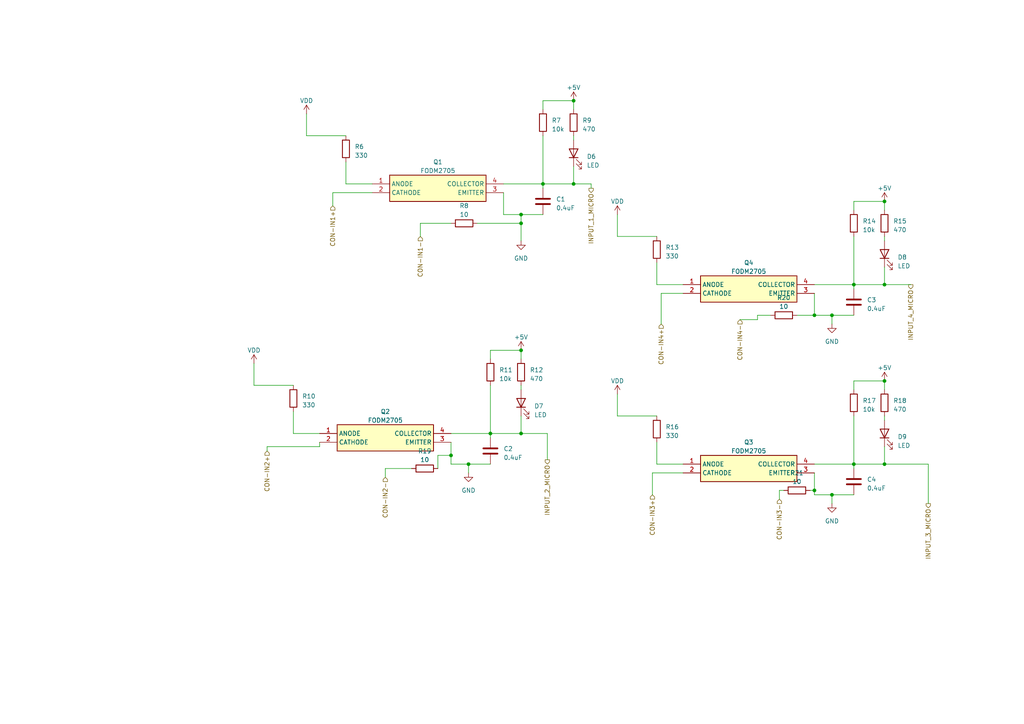
<source format=kicad_sch>
(kicad_sch (version 20230121) (generator eeschema)

  (uuid 0011c1dc-c2fd-4b1c-9d6e-badabf5cb2ba)

  (paper "A4")

  (lib_symbols
    (symbol "Device:C" (pin_numbers hide) (pin_names (offset 0.254)) (in_bom yes) (on_board yes)
      (property "Reference" "C" (at 0.635 2.54 0)
        (effects (font (size 1.27 1.27)) (justify left))
      )
      (property "Value" "C" (at 0.635 -2.54 0)
        (effects (font (size 1.27 1.27)) (justify left))
      )
      (property "Footprint" "" (at 0.9652 -3.81 0)
        (effects (font (size 1.27 1.27)) hide)
      )
      (property "Datasheet" "~" (at 0 0 0)
        (effects (font (size 1.27 1.27)) hide)
      )
      (property "ki_keywords" "cap capacitor" (at 0 0 0)
        (effects (font (size 1.27 1.27)) hide)
      )
      (property "ki_description" "Unpolarized capacitor" (at 0 0 0)
        (effects (font (size 1.27 1.27)) hide)
      )
      (property "ki_fp_filters" "C_*" (at 0 0 0)
        (effects (font (size 1.27 1.27)) hide)
      )
      (symbol "C_0_1"
        (polyline
          (pts
            (xy -2.032 -0.762)
            (xy 2.032 -0.762)
          )
          (stroke (width 0.508) (type default))
          (fill (type none))
        )
        (polyline
          (pts
            (xy -2.032 0.762)
            (xy 2.032 0.762)
          )
          (stroke (width 0.508) (type default))
          (fill (type none))
        )
      )
      (symbol "C_1_1"
        (pin passive line (at 0 3.81 270) (length 2.794)
          (name "~" (effects (font (size 1.27 1.27))))
          (number "1" (effects (font (size 1.27 1.27))))
        )
        (pin passive line (at 0 -3.81 90) (length 2.794)
          (name "~" (effects (font (size 1.27 1.27))))
          (number "2" (effects (font (size 1.27 1.27))))
        )
      )
    )
    (symbol "Device:LED" (pin_numbers hide) (pin_names (offset 1.016) hide) (in_bom yes) (on_board yes)
      (property "Reference" "D" (at 0 2.54 0)
        (effects (font (size 1.27 1.27)))
      )
      (property "Value" "LED" (at 0 -2.54 0)
        (effects (font (size 1.27 1.27)))
      )
      (property "Footprint" "" (at 0 0 0)
        (effects (font (size 1.27 1.27)) hide)
      )
      (property "Datasheet" "~" (at 0 0 0)
        (effects (font (size 1.27 1.27)) hide)
      )
      (property "ki_keywords" "LED diode" (at 0 0 0)
        (effects (font (size 1.27 1.27)) hide)
      )
      (property "ki_description" "Light emitting diode" (at 0 0 0)
        (effects (font (size 1.27 1.27)) hide)
      )
      (property "ki_fp_filters" "LED* LED_SMD:* LED_THT:*" (at 0 0 0)
        (effects (font (size 1.27 1.27)) hide)
      )
      (symbol "LED_0_1"
        (polyline
          (pts
            (xy -1.27 -1.27)
            (xy -1.27 1.27)
          )
          (stroke (width 0.254) (type default))
          (fill (type none))
        )
        (polyline
          (pts
            (xy -1.27 0)
            (xy 1.27 0)
          )
          (stroke (width 0) (type default))
          (fill (type none))
        )
        (polyline
          (pts
            (xy 1.27 -1.27)
            (xy 1.27 1.27)
            (xy -1.27 0)
            (xy 1.27 -1.27)
          )
          (stroke (width 0.254) (type default))
          (fill (type none))
        )
        (polyline
          (pts
            (xy -3.048 -0.762)
            (xy -4.572 -2.286)
            (xy -3.81 -2.286)
            (xy -4.572 -2.286)
            (xy -4.572 -1.524)
          )
          (stroke (width 0) (type default))
          (fill (type none))
        )
        (polyline
          (pts
            (xy -1.778 -0.762)
            (xy -3.302 -2.286)
            (xy -2.54 -2.286)
            (xy -3.302 -2.286)
            (xy -3.302 -1.524)
          )
          (stroke (width 0) (type default))
          (fill (type none))
        )
      )
      (symbol "LED_1_1"
        (pin passive line (at -3.81 0 0) (length 2.54)
          (name "K" (effects (font (size 1.27 1.27))))
          (number "1" (effects (font (size 1.27 1.27))))
        )
        (pin passive line (at 3.81 0 180) (length 2.54)
          (name "A" (effects (font (size 1.27 1.27))))
          (number "2" (effects (font (size 1.27 1.27))))
        )
      )
    )
    (symbol "Device:R" (pin_numbers hide) (pin_names (offset 0)) (in_bom yes) (on_board yes)
      (property "Reference" "R" (at 2.032 0 90)
        (effects (font (size 1.27 1.27)))
      )
      (property "Value" "R" (at 0 0 90)
        (effects (font (size 1.27 1.27)))
      )
      (property "Footprint" "" (at -1.778 0 90)
        (effects (font (size 1.27 1.27)) hide)
      )
      (property "Datasheet" "~" (at 0 0 0)
        (effects (font (size 1.27 1.27)) hide)
      )
      (property "ki_keywords" "R res resistor" (at 0 0 0)
        (effects (font (size 1.27 1.27)) hide)
      )
      (property "ki_description" "Resistor" (at 0 0 0)
        (effects (font (size 1.27 1.27)) hide)
      )
      (property "ki_fp_filters" "R_*" (at 0 0 0)
        (effects (font (size 1.27 1.27)) hide)
      )
      (symbol "R_0_1"
        (rectangle (start -1.016 -2.54) (end 1.016 2.54)
          (stroke (width 0.254) (type default))
          (fill (type none))
        )
      )
      (symbol "R_1_1"
        (pin passive line (at 0 3.81 270) (length 1.27)
          (name "~" (effects (font (size 1.27 1.27))))
          (number "1" (effects (font (size 1.27 1.27))))
        )
        (pin passive line (at 0 -3.81 90) (length 1.27)
          (name "~" (effects (font (size 1.27 1.27))))
          (number "2" (effects (font (size 1.27 1.27))))
        )
      )
    )
    (symbol "FODM2705:FODM2705" (in_bom yes) (on_board yes)
      (property "Reference" "Q" (at 34.29 7.62 0)
        (effects (font (size 1.27 1.27)) (justify left top))
      )
      (property "Value" "FODM2705" (at 34.29 5.08 0)
        (effects (font (size 1.27 1.27)) (justify left top))
      )
      (property "Footprint" "SOP254P675X240-4N" (at 34.29 -94.92 0)
        (effects (font (size 1.27 1.27)) (justify left top) hide)
      )
      (property "Datasheet" "https://www.onsemi.com/pdf/datasheet/fodm2705-d.pdf" (at 34.29 -194.92 0)
        (effects (font (size 1.27 1.27)) (justify left top) hide)
      )
      (property "Height" "2.4" (at 34.29 -394.92 0)
        (effects (font (size 1.27 1.27)) (justify left top) hide)
      )
      (property "Mouser Part Number" "512-FODM2705" (at 34.29 -494.92 0)
        (effects (font (size 1.27 1.27)) (justify left top) hide)
      )
      (property "Mouser Price/Stock" "https://www.mouser.co.uk/ProductDetail/onsemi-Fairchild/FODM2705?qs=w2ACn%2FLS38EYreIlWngSsw%3D%3D" (at 34.29 -594.92 0)
        (effects (font (size 1.27 1.27)) (justify left top) hide)
      )
      (property "Manufacturer_Name" "onsemi" (at 34.29 -694.92 0)
        (effects (font (size 1.27 1.27)) (justify left top) hide)
      )
      (property "Manufacturer_Part_Number" "FODM2705" (at 34.29 -794.92 0)
        (effects (font (size 1.27 1.27)) (justify left top) hide)
      )
      (property "ki_description" "Transistor Output Optocouplers AC In Phototransistr Output Optocoupler" (at 0 0 0)
        (effects (font (size 1.27 1.27)) hide)
      )
      (symbol "FODM2705_1_1"
        (rectangle (start 5.08 2.54) (end 33.02 -5.08)
          (stroke (width 0.254) (type default))
          (fill (type background))
        )
        (pin passive line (at 0 0 0) (length 5.08)
          (name "ANODE" (effects (font (size 1.27 1.27))))
          (number "1" (effects (font (size 1.27 1.27))))
        )
        (pin passive line (at 0 -2.54 0) (length 5.08)
          (name "CATHODE" (effects (font (size 1.27 1.27))))
          (number "2" (effects (font (size 1.27 1.27))))
        )
        (pin passive line (at 38.1 -2.54 180) (length 5.08)
          (name "EMITTER" (effects (font (size 1.27 1.27))))
          (number "3" (effects (font (size 1.27 1.27))))
        )
        (pin passive line (at 38.1 0 180) (length 5.08)
          (name "COLLECTOR" (effects (font (size 1.27 1.27))))
          (number "4" (effects (font (size 1.27 1.27))))
        )
      )
    )
    (symbol "power:+5V" (power) (pin_names (offset 0)) (in_bom yes) (on_board yes)
      (property "Reference" "#PWR" (at 0 -3.81 0)
        (effects (font (size 1.27 1.27)) hide)
      )
      (property "Value" "+5V" (at 0 3.556 0)
        (effects (font (size 1.27 1.27)))
      )
      (property "Footprint" "" (at 0 0 0)
        (effects (font (size 1.27 1.27)) hide)
      )
      (property "Datasheet" "" (at 0 0 0)
        (effects (font (size 1.27 1.27)) hide)
      )
      (property "ki_keywords" "global power" (at 0 0 0)
        (effects (font (size 1.27 1.27)) hide)
      )
      (property "ki_description" "Power symbol creates a global label with name \"+5V\"" (at 0 0 0)
        (effects (font (size 1.27 1.27)) hide)
      )
      (symbol "+5V_0_1"
        (polyline
          (pts
            (xy -0.762 1.27)
            (xy 0 2.54)
          )
          (stroke (width 0) (type default))
          (fill (type none))
        )
        (polyline
          (pts
            (xy 0 0)
            (xy 0 2.54)
          )
          (stroke (width 0) (type default))
          (fill (type none))
        )
        (polyline
          (pts
            (xy 0 2.54)
            (xy 0.762 1.27)
          )
          (stroke (width 0) (type default))
          (fill (type none))
        )
      )
      (symbol "+5V_1_1"
        (pin power_in line (at 0 0 90) (length 0) hide
          (name "+5V" (effects (font (size 1.27 1.27))))
          (number "1" (effects (font (size 1.27 1.27))))
        )
      )
    )
    (symbol "power:GND" (power) (pin_names (offset 0)) (in_bom yes) (on_board yes)
      (property "Reference" "#PWR" (at 0 -6.35 0)
        (effects (font (size 1.27 1.27)) hide)
      )
      (property "Value" "GND" (at 0 -3.81 0)
        (effects (font (size 1.27 1.27)))
      )
      (property "Footprint" "" (at 0 0 0)
        (effects (font (size 1.27 1.27)) hide)
      )
      (property "Datasheet" "" (at 0 0 0)
        (effects (font (size 1.27 1.27)) hide)
      )
      (property "ki_keywords" "global power" (at 0 0 0)
        (effects (font (size 1.27 1.27)) hide)
      )
      (property "ki_description" "Power symbol creates a global label with name \"GND\" , ground" (at 0 0 0)
        (effects (font (size 1.27 1.27)) hide)
      )
      (symbol "GND_0_1"
        (polyline
          (pts
            (xy 0 0)
            (xy 0 -1.27)
            (xy 1.27 -1.27)
            (xy 0 -2.54)
            (xy -1.27 -1.27)
            (xy 0 -1.27)
          )
          (stroke (width 0) (type default))
          (fill (type none))
        )
      )
      (symbol "GND_1_1"
        (pin power_in line (at 0 0 270) (length 0) hide
          (name "GND" (effects (font (size 1.27 1.27))))
          (number "1" (effects (font (size 1.27 1.27))))
        )
      )
    )
    (symbol "power:VDD" (power) (pin_names (offset 0)) (in_bom yes) (on_board yes)
      (property "Reference" "#PWR" (at 0 -3.81 0)
        (effects (font (size 1.27 1.27)) hide)
      )
      (property "Value" "VDD" (at 0 3.81 0)
        (effects (font (size 1.27 1.27)))
      )
      (property "Footprint" "" (at 0 0 0)
        (effects (font (size 1.27 1.27)) hide)
      )
      (property "Datasheet" "" (at 0 0 0)
        (effects (font (size 1.27 1.27)) hide)
      )
      (property "ki_keywords" "global power" (at 0 0 0)
        (effects (font (size 1.27 1.27)) hide)
      )
      (property "ki_description" "Power symbol creates a global label with name \"VDD\"" (at 0 0 0)
        (effects (font (size 1.27 1.27)) hide)
      )
      (symbol "VDD_0_1"
        (polyline
          (pts
            (xy -0.762 1.27)
            (xy 0 2.54)
          )
          (stroke (width 0) (type default))
          (fill (type none))
        )
        (polyline
          (pts
            (xy 0 0)
            (xy 0 2.54)
          )
          (stroke (width 0) (type default))
          (fill (type none))
        )
        (polyline
          (pts
            (xy 0 2.54)
            (xy 0.762 1.27)
          )
          (stroke (width 0) (type default))
          (fill (type none))
        )
      )
      (symbol "VDD_1_1"
        (pin power_in line (at 0 0 90) (length 0) hide
          (name "VDD" (effects (font (size 1.27 1.27))))
          (number "1" (effects (font (size 1.27 1.27))))
        )
      )
    )
  )

  (junction (at 151.13 62.23) (diameter 0) (color 0 0 0 0)
    (uuid 0cc39fd0-d323-4dce-a92e-fdc88019ab6e)
  )
  (junction (at 166.37 53.34) (diameter 0) (color 0 0 0 0)
    (uuid 20fddd35-e5ec-4182-9eef-6221b7ac4f83)
  )
  (junction (at 130.81 132.08) (diameter 0) (color 0 0 0 0)
    (uuid 2548f2ca-02ed-430a-8e55-d43a31247e70)
  )
  (junction (at 151.13 64.77) (diameter 0) (color 0 0 0 0)
    (uuid 2d6b7ac4-6bcc-4bf8-bf72-d2a4e9bc1e9b)
  )
  (junction (at 247.65 82.55) (diameter 0) (color 0 0 0 0)
    (uuid 41c37643-b50f-4d09-9679-d066b873a445)
  )
  (junction (at 241.3 91.44) (diameter 0) (color 0 0 0 0)
    (uuid 52b7593b-f8a0-40bd-8e54-8ac83a752b5d)
  )
  (junction (at 256.54 82.55) (diameter 0) (color 0 0 0 0)
    (uuid 58bb90b5-874a-4d01-8acc-5ce41a162c79)
  )
  (junction (at 236.22 142.24) (diameter 0) (color 0 0 0 0)
    (uuid 5f6f524a-d5a0-444e-9bdf-c69a598f2448)
  )
  (junction (at 241.3 143.51) (diameter 0) (color 0 0 0 0)
    (uuid 63bea23a-3852-43fd-b56b-b43c9d8e9925)
  )
  (junction (at 157.48 53.34) (diameter 0) (color 0 0 0 0)
    (uuid 889f1f86-957f-4352-b7ba-c91b99484d72)
  )
  (junction (at 247.65 134.62) (diameter 0) (color 0 0 0 0)
    (uuid 8aba4b3e-1f90-43e6-9f45-290179978c6c)
  )
  (junction (at 256.54 134.62) (diameter 0) (color 0 0 0 0)
    (uuid 9df7c9dc-eee3-4869-8d89-3d2bf58a8d76)
  )
  (junction (at 166.37 29.21) (diameter 0) (color 0 0 0 0)
    (uuid aff2364e-caba-4056-9d0f-a18a1be5153b)
  )
  (junction (at 151.13 101.6) (diameter 0) (color 0 0 0 0)
    (uuid b8435982-56d1-4ea5-9f1c-f064d1d8e380)
  )
  (junction (at 256.54 58.42) (diameter 0) (color 0 0 0 0)
    (uuid bce2beb2-61e3-4f5b-bd2e-113cd5045d01)
  )
  (junction (at 256.54 110.49) (diameter 0) (color 0 0 0 0)
    (uuid cbd1e1ad-1525-4bd1-9b7c-3bbaf6b4a1a1)
  )
  (junction (at 151.13 125.73) (diameter 0) (color 0 0 0 0)
    (uuid cecf73a1-0d40-456a-8ee1-613ff31a1b45)
  )
  (junction (at 142.24 125.73) (diameter 0) (color 0 0 0 0)
    (uuid e10402c6-69f1-4c7c-ae1e-e18e4633f64d)
  )
  (junction (at 135.89 134.62) (diameter 0) (color 0 0 0 0)
    (uuid e3c4c253-cdef-45be-9d37-65a8110b19d9)
  )
  (junction (at 236.22 91.44) (diameter 0) (color 0 0 0 0)
    (uuid fa0f9bde-ae4c-4d42-be09-e61415e86996)
  )

  (wire (pts (xy 219.71 91.44) (xy 223.52 91.44))
    (stroke (width 0) (type default))
    (uuid 00f92253-f240-468b-a5bb-f7d6a9d6a4f4)
  )
  (wire (pts (xy 256.54 82.55) (xy 247.65 82.55))
    (stroke (width 0) (type default))
    (uuid 01689203-b74b-4370-8a15-a34d00dff9f3)
  )
  (wire (pts (xy 256.54 110.49) (xy 256.54 113.03))
    (stroke (width 0) (type default))
    (uuid 074ccb35-e34d-475b-846a-78149040c9f4)
  )
  (wire (pts (xy 157.48 53.34) (xy 146.05 53.34))
    (stroke (width 0) (type default))
    (uuid 080e9284-1f00-47ef-957e-b7ffa9a2efb0)
  )
  (wire (pts (xy 179.07 68.58) (xy 190.5 68.58))
    (stroke (width 0) (type default))
    (uuid 0810e7e3-fb52-405d-8434-ad0fc8430af5)
  )
  (wire (pts (xy 190.5 76.2) (xy 190.5 82.55))
    (stroke (width 0) (type default))
    (uuid 0ab44475-a436-4dc0-a374-332b364bc2cd)
  )
  (wire (pts (xy 236.22 143.51) (xy 241.3 143.51))
    (stroke (width 0) (type default))
    (uuid 0b2c5cb6-3328-4db4-9fa7-0f38234e79f5)
  )
  (wire (pts (xy 96.52 59.69) (xy 96.52 55.88))
    (stroke (width 0) (type default))
    (uuid 0f604358-8968-4fac-b603-2fb65553a352)
  )
  (wire (pts (xy 92.71 129.54) (xy 92.71 128.27))
    (stroke (width 0) (type default))
    (uuid 0f9ce39e-fbff-40e3-8495-5be7bd0da891)
  )
  (wire (pts (xy 151.13 120.65) (xy 151.13 125.73))
    (stroke (width 0) (type default))
    (uuid 100b173f-eceb-469f-a7a2-1efb5d149ac7)
  )
  (wire (pts (xy 198.12 137.16) (xy 189.23 137.16))
    (stroke (width 0) (type default))
    (uuid 111779d7-afbf-465c-92dc-67f890d07862)
  )
  (wire (pts (xy 166.37 53.34) (xy 157.48 53.34))
    (stroke (width 0) (type default))
    (uuid 1559e80f-a351-4300-91e7-218477a21d2c)
  )
  (wire (pts (xy 151.13 62.23) (xy 157.48 62.23))
    (stroke (width 0) (type default))
    (uuid 161be26e-019d-4d5c-8e7c-7c25fc1ee4ec)
  )
  (wire (pts (xy 158.75 125.73) (xy 151.13 125.73))
    (stroke (width 0) (type default))
    (uuid 1890425d-f89b-43a1-ae79-0d0093630987)
  )
  (wire (pts (xy 146.05 55.88) (xy 146.05 62.23))
    (stroke (width 0) (type default))
    (uuid 18d206eb-d1f4-4b2d-ba0c-14c97815c120)
  )
  (wire (pts (xy 111.76 138.43) (xy 111.76 135.89))
    (stroke (width 0) (type default))
    (uuid 19b5b766-7020-4957-a5fa-175fffb0bed8)
  )
  (wire (pts (xy 234.95 142.24) (xy 236.22 142.24))
    (stroke (width 0) (type default))
    (uuid 1a6e547a-cb50-4362-8976-7087e46e7ad5)
  )
  (wire (pts (xy 142.24 101.6) (xy 151.13 101.6))
    (stroke (width 0) (type default))
    (uuid 1a8d71a7-c502-419d-9634-af1556caaadb)
  )
  (wire (pts (xy 256.54 120.65) (xy 256.54 121.92))
    (stroke (width 0) (type default))
    (uuid 1e187944-f379-4bdb-9f57-3f422b3e1624)
  )
  (wire (pts (xy 247.65 110.49) (xy 256.54 110.49))
    (stroke (width 0) (type default))
    (uuid 1ff6f14f-7daa-4506-9bc3-77226505ce65)
  )
  (wire (pts (xy 179.07 120.65) (xy 190.5 120.65))
    (stroke (width 0) (type default))
    (uuid 2313a476-8a26-449d-9b14-6f95a7136a1e)
  )
  (wire (pts (xy 138.43 64.77) (xy 151.13 64.77))
    (stroke (width 0) (type default))
    (uuid 249669ab-f370-4f5d-86db-28485baf3ac9)
  )
  (wire (pts (xy 236.22 85.09) (xy 236.22 91.44))
    (stroke (width 0) (type default))
    (uuid 26462916-4703-4c78-b990-ed8467dd627b)
  )
  (wire (pts (xy 226.06 142.24) (xy 227.33 142.24))
    (stroke (width 0) (type default))
    (uuid 2bb3f8b9-49a6-4207-beea-8d8fbfae5b2e)
  )
  (wire (pts (xy 157.48 29.21) (xy 166.37 29.21))
    (stroke (width 0) (type default))
    (uuid 398ee5a0-d672-46c1-8523-7acb73f68da0)
  )
  (wire (pts (xy 264.16 82.55) (xy 256.54 82.55))
    (stroke (width 0) (type default))
    (uuid 3e59aa83-6230-424b-bc5b-997c51a49247)
  )
  (wire (pts (xy 146.05 62.23) (xy 151.13 62.23))
    (stroke (width 0) (type default))
    (uuid 40e2fba1-a2cd-4a25-abda-1c8cba5a2737)
  )
  (wire (pts (xy 247.65 60.96) (xy 247.65 58.42))
    (stroke (width 0) (type default))
    (uuid 41097119-bf30-4f36-867f-2f9a04afb9ac)
  )
  (wire (pts (xy 226.06 144.78) (xy 226.06 142.24))
    (stroke (width 0) (type default))
    (uuid 47207bd9-23e2-4e36-bae7-47ec2f012ee8)
  )
  (wire (pts (xy 171.45 53.34) (xy 166.37 53.34))
    (stroke (width 0) (type default))
    (uuid 48a2bf0d-fcc8-4070-9bc2-9a7d5a0cbea4)
  )
  (wire (pts (xy 247.65 120.65) (xy 247.65 134.62))
    (stroke (width 0) (type default))
    (uuid 4b8648db-0920-4234-b4c7-a8b8e1e8d47d)
  )
  (wire (pts (xy 247.65 82.55) (xy 236.22 82.55))
    (stroke (width 0) (type default))
    (uuid 556bc537-1bab-43e7-a854-52397ab794c5)
  )
  (wire (pts (xy 236.22 91.44) (xy 241.3 91.44))
    (stroke (width 0) (type default))
    (uuid 579a80d8-3136-434c-b89f-769577fd30fa)
  )
  (wire (pts (xy 130.81 128.27) (xy 130.81 132.08))
    (stroke (width 0) (type default))
    (uuid 591698ea-5342-4e19-9ba6-839479d344ed)
  )
  (wire (pts (xy 100.33 53.34) (xy 107.95 53.34))
    (stroke (width 0) (type default))
    (uuid 594fa3e4-dbe5-4b90-a0ab-5e7500edeaf6)
  )
  (wire (pts (xy 236.22 142.24) (xy 236.22 143.51))
    (stroke (width 0) (type default))
    (uuid 5b69137a-6c0a-4805-a8dd-a257f7af94a4)
  )
  (wire (pts (xy 256.54 58.42) (xy 256.54 60.96))
    (stroke (width 0) (type default))
    (uuid 6021028a-4bfa-4a07-a6ec-d4fd1b5380a1)
  )
  (wire (pts (xy 73.66 105.41) (xy 73.66 111.76))
    (stroke (width 0) (type default))
    (uuid 6106b781-05a7-45ac-ae3e-3b77cfbd3723)
  )
  (wire (pts (xy 191.77 85.09) (xy 198.12 85.09))
    (stroke (width 0) (type default))
    (uuid 61f9b053-2cbf-4634-954a-bf116a1bf8ee)
  )
  (wire (pts (xy 247.65 113.03) (xy 247.65 110.49))
    (stroke (width 0) (type default))
    (uuid 66f502b8-be23-4b1c-9a3a-763097d32a81)
  )
  (wire (pts (xy 142.24 125.73) (xy 130.81 125.73))
    (stroke (width 0) (type default))
    (uuid 6781c899-a3ba-471e-9fc4-940139590daa)
  )
  (wire (pts (xy 219.71 92.71) (xy 214.63 92.71))
    (stroke (width 0) (type default))
    (uuid 678889d5-0f85-42ea-a613-d09753cda721)
  )
  (wire (pts (xy 179.07 62.23) (xy 179.07 68.58))
    (stroke (width 0) (type default))
    (uuid 6bba0469-b8f6-48ac-80bc-7b44dc540797)
  )
  (wire (pts (xy 166.37 39.37) (xy 166.37 40.64))
    (stroke (width 0) (type default))
    (uuid 6d7c7229-6f74-49e1-aab1-29c495a6e540)
  )
  (wire (pts (xy 179.07 114.3) (xy 179.07 120.65))
    (stroke (width 0) (type default))
    (uuid 7865f553-bb2b-43e2-96b3-4794caf83357)
  )
  (wire (pts (xy 111.76 135.89) (xy 119.38 135.89))
    (stroke (width 0) (type default))
    (uuid 7b68bd95-a540-4d75-b07e-6db28f4dec0a)
  )
  (wire (pts (xy 85.09 119.38) (xy 85.09 125.73))
    (stroke (width 0) (type default))
    (uuid 7d9ee18e-e116-4e0a-9b2b-68d1955f4ebe)
  )
  (wire (pts (xy 151.13 64.77) (xy 151.13 69.85))
    (stroke (width 0) (type default))
    (uuid 7f95ac9b-b8f4-45bd-9f73-79644847b7eb)
  )
  (wire (pts (xy 121.92 64.77) (xy 130.81 64.77))
    (stroke (width 0) (type default))
    (uuid 816ad35b-bece-4e42-939a-1400c7349042)
  )
  (wire (pts (xy 127 135.89) (xy 127 132.08))
    (stroke (width 0) (type default))
    (uuid 82728499-014c-4191-ab08-ac78b35a409f)
  )
  (wire (pts (xy 171.45 54.61) (xy 171.45 53.34))
    (stroke (width 0) (type default))
    (uuid 86b38b7a-2b60-4baa-900f-c417b1a69787)
  )
  (wire (pts (xy 85.09 125.73) (xy 92.71 125.73))
    (stroke (width 0) (type default))
    (uuid 89d5b9f9-88fd-4a48-9acc-f002b36b5c63)
  )
  (wire (pts (xy 256.54 134.62) (xy 247.65 134.62))
    (stroke (width 0) (type default))
    (uuid 8c1124a8-45b0-4f25-afbe-3d280794dc2c)
  )
  (wire (pts (xy 190.5 82.55) (xy 198.12 82.55))
    (stroke (width 0) (type default))
    (uuid 903335b1-c973-4a06-bd13-a651f61d6de0)
  )
  (wire (pts (xy 189.23 137.16) (xy 189.23 143.51))
    (stroke (width 0) (type default))
    (uuid 9056fac3-7d9e-40a1-a284-e924532216c8)
  )
  (wire (pts (xy 236.22 137.16) (xy 236.22 142.24))
    (stroke (width 0) (type default))
    (uuid 934f063c-9feb-44f5-a96f-c76c92bdb61a)
  )
  (wire (pts (xy 88.9 33.02) (xy 88.9 39.37))
    (stroke (width 0) (type default))
    (uuid 96962e51-3344-40d9-a360-1ccfd01511b4)
  )
  (wire (pts (xy 219.71 91.44) (xy 219.71 92.71))
    (stroke (width 0) (type default))
    (uuid 9763aba1-acca-41e8-be39-aeaa6bcafd82)
  )
  (wire (pts (xy 151.13 101.6) (xy 151.13 104.14))
    (stroke (width 0) (type default))
    (uuid 9830cc0b-f71e-41d2-adfa-9565c5093041)
  )
  (wire (pts (xy 190.5 134.62) (xy 198.12 134.62))
    (stroke (width 0) (type default))
    (uuid 98537a3b-39db-4e26-8ccc-a6e668c76cba)
  )
  (wire (pts (xy 142.24 111.76) (xy 142.24 125.73))
    (stroke (width 0) (type default))
    (uuid 9f497bec-bdb3-4a92-ab16-b54cfc14282b)
  )
  (wire (pts (xy 121.92 68.58) (xy 121.92 64.77))
    (stroke (width 0) (type default))
    (uuid a0dbcd88-0aff-498d-b27d-395ff60aff3c)
  )
  (wire (pts (xy 269.24 134.62) (xy 256.54 134.62))
    (stroke (width 0) (type default))
    (uuid a259bb03-7dd6-4f15-8785-2c46281867e2)
  )
  (wire (pts (xy 151.13 62.23) (xy 151.13 64.77))
    (stroke (width 0) (type default))
    (uuid a3d24d37-1b77-4156-b8d8-374c6e623416)
  )
  (wire (pts (xy 151.13 125.73) (xy 142.24 125.73))
    (stroke (width 0) (type default))
    (uuid a4faf581-f92e-447f-a782-19511140fd5a)
  )
  (wire (pts (xy 247.65 68.58) (xy 247.65 82.55))
    (stroke (width 0) (type default))
    (uuid a888d4c7-1a3a-447c-8add-802a66ba0f11)
  )
  (wire (pts (xy 241.3 91.44) (xy 241.3 93.98))
    (stroke (width 0) (type default))
    (uuid ab3652fd-f223-4c2f-aa69-8d5689625baf)
  )
  (wire (pts (xy 247.65 134.62) (xy 236.22 134.62))
    (stroke (width 0) (type default))
    (uuid ae60caf0-1705-4f9f-9d0b-509d12b7d8af)
  )
  (wire (pts (xy 166.37 48.26) (xy 166.37 53.34))
    (stroke (width 0) (type default))
    (uuid b89bff5e-24f4-4517-b401-9335c792196a)
  )
  (wire (pts (xy 241.3 143.51) (xy 241.3 146.05))
    (stroke (width 0) (type default))
    (uuid bb12a026-1d2a-405a-b2cc-eb3ed52e785b)
  )
  (wire (pts (xy 142.24 125.73) (xy 142.24 127))
    (stroke (width 0) (type default))
    (uuid bcab2106-ed03-44b6-8a30-cebbf429075f)
  )
  (wire (pts (xy 77.47 129.54) (xy 92.71 129.54))
    (stroke (width 0) (type default))
    (uuid bedaad89-a30b-45fc-820d-198ae6b033b1)
  )
  (wire (pts (xy 88.9 39.37) (xy 100.33 39.37))
    (stroke (width 0) (type default))
    (uuid c1344f45-932c-401f-ba39-feb5c07340cb)
  )
  (wire (pts (xy 256.54 77.47) (xy 256.54 82.55))
    (stroke (width 0) (type default))
    (uuid c4a4aeb0-a1f5-4098-bbbb-051e5389dc54)
  )
  (wire (pts (xy 130.81 132.08) (xy 130.81 134.62))
    (stroke (width 0) (type default))
    (uuid c615b6ea-bc83-43a3-af62-d1bd5caca5c6)
  )
  (wire (pts (xy 96.52 55.88) (xy 107.95 55.88))
    (stroke (width 0) (type default))
    (uuid c7a71883-5b4f-4df7-af04-f28dc1c1a195)
  )
  (wire (pts (xy 127 132.08) (xy 130.81 132.08))
    (stroke (width 0) (type default))
    (uuid c8946c80-c12e-4d20-932e-0b4aa5e1cc1f)
  )
  (wire (pts (xy 231.14 91.44) (xy 236.22 91.44))
    (stroke (width 0) (type default))
    (uuid c92ff5f2-f41b-4b2e-af6b-bb482b16ab76)
  )
  (wire (pts (xy 151.13 111.76) (xy 151.13 113.03))
    (stroke (width 0) (type default))
    (uuid cac9b6a7-45a4-4d74-bebb-3b8fef47ee58)
  )
  (wire (pts (xy 73.66 111.76) (xy 85.09 111.76))
    (stroke (width 0) (type default))
    (uuid ce91d55e-dc09-43a2-a3dd-2d51d10cf015)
  )
  (wire (pts (xy 191.77 93.98) (xy 191.77 85.09))
    (stroke (width 0) (type default))
    (uuid d2117b23-3e02-4520-b4c5-eeed097c8c49)
  )
  (wire (pts (xy 256.54 129.54) (xy 256.54 134.62))
    (stroke (width 0) (type default))
    (uuid d306083c-7ce1-48b6-b658-58130cdcde48)
  )
  (wire (pts (xy 166.37 29.21) (xy 166.37 31.75))
    (stroke (width 0) (type default))
    (uuid d70a0837-d310-4e0f-ab72-ab3118604b9e)
  )
  (wire (pts (xy 130.81 134.62) (xy 135.89 134.62))
    (stroke (width 0) (type default))
    (uuid d7e50da8-f9a4-48c7-b955-347f59fe255a)
  )
  (wire (pts (xy 247.65 58.42) (xy 256.54 58.42))
    (stroke (width 0) (type default))
    (uuid dae1e78a-a3cf-43f7-aa71-fe6c40287182)
  )
  (wire (pts (xy 241.3 91.44) (xy 247.65 91.44))
    (stroke (width 0) (type default))
    (uuid dec55f20-fa6b-4b5d-8771-613938ec1452)
  )
  (wire (pts (xy 247.65 82.55) (xy 247.65 83.82))
    (stroke (width 0) (type default))
    (uuid e2ef1baf-ab4f-4620-bb0a-bbc76ef72cba)
  )
  (wire (pts (xy 157.48 53.34) (xy 157.48 54.61))
    (stroke (width 0) (type default))
    (uuid e33bbbc5-2a7b-4476-b8c8-3c4db2bf1e9c)
  )
  (wire (pts (xy 157.48 31.75) (xy 157.48 29.21))
    (stroke (width 0) (type default))
    (uuid e3f0b71a-586d-4fcb-935c-382ac867c03b)
  )
  (wire (pts (xy 256.54 68.58) (xy 256.54 69.85))
    (stroke (width 0) (type default))
    (uuid e43e790d-89b0-4056-8199-66c9fd6b6955)
  )
  (wire (pts (xy 135.89 134.62) (xy 142.24 134.62))
    (stroke (width 0) (type default))
    (uuid e5248f3d-e1c2-4c59-8da9-197c7f3c4079)
  )
  (wire (pts (xy 142.24 104.14) (xy 142.24 101.6))
    (stroke (width 0) (type default))
    (uuid e63901ac-186e-4edb-8c8e-482bd4cd3f32)
  )
  (wire (pts (xy 269.24 146.05) (xy 269.24 134.62))
    (stroke (width 0) (type default))
    (uuid ea19a8c7-2fa1-45ff-9fae-019c99075012)
  )
  (wire (pts (xy 77.47 130.81) (xy 77.47 129.54))
    (stroke (width 0) (type default))
    (uuid ead8916e-cfce-421e-aeac-b32b49537c32)
  )
  (wire (pts (xy 241.3 143.51) (xy 247.65 143.51))
    (stroke (width 0) (type default))
    (uuid ec5a1162-1986-45b9-b1af-98f4fdbcebe7)
  )
  (wire (pts (xy 100.33 46.99) (xy 100.33 53.34))
    (stroke (width 0) (type default))
    (uuid ecb27ac9-a126-4557-988d-477e6558ee2b)
  )
  (wire (pts (xy 190.5 128.27) (xy 190.5 134.62))
    (stroke (width 0) (type default))
    (uuid ee018ebe-84b6-48be-a3ad-11f521eed8fc)
  )
  (wire (pts (xy 247.65 134.62) (xy 247.65 135.89))
    (stroke (width 0) (type default))
    (uuid f34055b2-ca73-4459-891c-0c4c80ce9524)
  )
  (wire (pts (xy 135.89 134.62) (xy 135.89 137.16))
    (stroke (width 0) (type default))
    (uuid f64ef52b-b5c2-4383-bbc9-2f6fc8547faf)
  )
  (wire (pts (xy 157.48 39.37) (xy 157.48 53.34))
    (stroke (width 0) (type default))
    (uuid fadaaaa9-7e2f-4880-a418-932aea0d7056)
  )
  (wire (pts (xy 158.75 133.35) (xy 158.75 125.73))
    (stroke (width 0) (type default))
    (uuid fb28bb66-3ff8-49fd-9b66-b628ecddefdb)
  )

  (hierarchical_label "CON-IN2+" (shape input) (at 77.47 130.81 270) (fields_autoplaced)
    (effects (font (size 1.27 1.27)) (justify right))
    (uuid 0eb68c28-925a-4fa6-838b-bf29be22c024)
  )
  (hierarchical_label "INPUT_2_MICRO" (shape output) (at 158.75 133.35 270) (fields_autoplaced)
    (effects (font (size 1.27 1.27)) (justify right))
    (uuid 19928eb9-ba93-4122-899a-57f58e759e5e)
  )
  (hierarchical_label "CON-IN3-" (shape input) (at 226.06 144.78 270) (fields_autoplaced)
    (effects (font (size 1.27 1.27)) (justify right))
    (uuid 28d0b930-6097-43ab-a17c-d51678fbdada)
  )
  (hierarchical_label "INPUT_4_MICRO" (shape output) (at 264.16 82.55 270) (fields_autoplaced)
    (effects (font (size 1.27 1.27)) (justify right))
    (uuid 36a001f8-b3cc-4ccf-ab62-ae16fc28e71f)
  )
  (hierarchical_label "CON-IN1-" (shape input) (at 121.92 68.58 270) (fields_autoplaced)
    (effects (font (size 1.27 1.27)) (justify right))
    (uuid 4bf0b69e-aba4-4ee0-a10e-bf38670b1b5b)
  )
  (hierarchical_label "CON-IN4+" (shape input) (at 191.77 93.98 270) (fields_autoplaced)
    (effects (font (size 1.27 1.27)) (justify right))
    (uuid 63d4b11e-7a9a-4bb4-84b0-631dd9f2742f)
  )
  (hierarchical_label "INPUT_3_MICRO" (shape output) (at 269.24 146.05 270) (fields_autoplaced)
    (effects (font (size 1.27 1.27)) (justify right))
    (uuid 7092fe64-b72c-490b-958c-7b2a4c099b38)
  )
  (hierarchical_label "CON-IN4-" (shape input) (at 214.63 92.71 270) (fields_autoplaced)
    (effects (font (size 1.27 1.27)) (justify right))
    (uuid 88f758fd-eb30-4ff3-a617-56c0182bf5c2)
  )
  (hierarchical_label "CON-IN2-" (shape input) (at 111.76 138.43 270) (fields_autoplaced)
    (effects (font (size 1.27 1.27)) (justify right))
    (uuid c3b288ca-b2fb-4eb2-8cc7-80baceeb1b1f)
  )
  (hierarchical_label "CON-IN3+" (shape input) (at 189.23 143.51 270) (fields_autoplaced)
    (effects (font (size 1.27 1.27)) (justify right))
    (uuid d3567e64-4917-4f39-9e11-595befb083be)
  )
  (hierarchical_label "CON-IN1+" (shape input) (at 96.52 59.69 270) (fields_autoplaced)
    (effects (font (size 1.27 1.27)) (justify right))
    (uuid e04b8e4b-0833-474a-ad7c-1ed7f5c684df)
  )
  (hierarchical_label "INPUT_1_MICRO" (shape output) (at 171.45 54.61 270) (fields_autoplaced)
    (effects (font (size 1.27 1.27)) (justify right))
    (uuid eaa213ea-b91c-47af-947a-103e7570eaf2)
  )

  (symbol (lib_id "power:VDD") (at 88.9 33.02 0) (unit 1)
    (in_bom yes) (on_board yes) (dnp no) (fields_autoplaced)
    (uuid 061c2d5e-8f1c-4460-a38b-201e332b1eb5)
    (property "Reference" "#PWR011" (at 88.9 36.83 0)
      (effects (font (size 1.27 1.27)) hide)
    )
    (property "Value" "VDD" (at 88.9 29.21 0)
      (effects (font (size 1.27 1.27)))
    )
    (property "Footprint" "" (at 88.9 33.02 0)
      (effects (font (size 1.27 1.27)) hide)
    )
    (property "Datasheet" "" (at 88.9 33.02 0)
      (effects (font (size 1.27 1.27)) hide)
    )
    (pin "1" (uuid 8930955f-a9be-41f5-867f-84eb272f98af))
    (instances
      (project "Roomlink"
        (path "/89fa4562-b33b-473b-85be-61cc5cfa855c/7b8793d2-a0eb-4dc9-926a-a0df6f98fe56/4c35a72d-b886-4ec8-8dac-1a6468581d94"
          (reference "#PWR011") (unit 1)
        )
      )
    )
  )

  (symbol (lib_id "Device:R") (at 190.5 124.46 0) (unit 1)
    (in_bom yes) (on_board yes) (dnp no) (fields_autoplaced)
    (uuid 12b26fdb-09e3-4627-8128-0ad39f8eca02)
    (property "Reference" "R16" (at 193.04 123.825 0)
      (effects (font (size 1.27 1.27)) (justify left))
    )
    (property "Value" "330" (at 193.04 126.365 0)
      (effects (font (size 1.27 1.27)) (justify left))
    )
    (property "Footprint" "Resistor_SMD:R_0805_2012Metric_Pad1.20x1.40mm_HandSolder" (at 188.722 124.46 90)
      (effects (font (size 1.27 1.27)) hide)
    )
    (property "Datasheet" "~" (at 190.5 124.46 0)
      (effects (font (size 1.27 1.27)) hide)
    )
    (pin "1" (uuid 676da5d4-cf37-4b01-8f93-b56c3dc54162))
    (pin "2" (uuid d0ad55c5-3c69-466a-a803-b6ebef92a065))
    (instances
      (project "Roomlink"
        (path "/89fa4562-b33b-473b-85be-61cc5cfa855c/7b8793d2-a0eb-4dc9-926a-a0df6f98fe56/4c35a72d-b886-4ec8-8dac-1a6468581d94"
          (reference "R16") (unit 1)
        )
      )
    )
  )

  (symbol (lib_id "Device:C") (at 247.65 139.7 0) (unit 1)
    (in_bom yes) (on_board yes) (dnp no) (fields_autoplaced)
    (uuid 23d6039c-ad85-45ba-97b0-5656f7c31101)
    (property "Reference" "C4" (at 251.46 139.065 0)
      (effects (font (size 1.27 1.27)) (justify left))
    )
    (property "Value" "0.4uF" (at 251.46 141.605 0)
      (effects (font (size 1.27 1.27)) (justify left))
    )
    (property "Footprint" "Capacitor_SMD:C_0805_2012Metric_Pad1.18x1.45mm_HandSolder" (at 248.6152 143.51 0)
      (effects (font (size 1.27 1.27)) hide)
    )
    (property "Datasheet" "~" (at 247.65 139.7 0)
      (effects (font (size 1.27 1.27)) hide)
    )
    (pin "1" (uuid 52f486a3-7fdf-48fd-a57c-448921f37fec))
    (pin "2" (uuid fff69f91-9566-477c-8536-45e432a08501))
    (instances
      (project "Roomlink"
        (path "/89fa4562-b33b-473b-85be-61cc5cfa855c/7b8793d2-a0eb-4dc9-926a-a0df6f98fe56/4c35a72d-b886-4ec8-8dac-1a6468581d94"
          (reference "C4") (unit 1)
        )
      )
    )
  )

  (symbol (lib_id "Device:C") (at 157.48 58.42 0) (unit 1)
    (in_bom yes) (on_board yes) (dnp no) (fields_autoplaced)
    (uuid 26ed0311-6ae5-4bee-b184-f0d1fd274d22)
    (property "Reference" "C1" (at 161.29 57.785 0)
      (effects (font (size 1.27 1.27)) (justify left))
    )
    (property "Value" "0.4uF" (at 161.29 60.325 0)
      (effects (font (size 1.27 1.27)) (justify left))
    )
    (property "Footprint" "Capacitor_SMD:C_0805_2012Metric_Pad1.18x1.45mm_HandSolder" (at 158.4452 62.23 0)
      (effects (font (size 1.27 1.27)) hide)
    )
    (property "Datasheet" "~" (at 157.48 58.42 0)
      (effects (font (size 1.27 1.27)) hide)
    )
    (pin "1" (uuid f4735d1f-4768-4498-8586-c0d4cb012b4d))
    (pin "2" (uuid 456d0358-ca82-4493-b0ad-b5389fdd2488))
    (instances
      (project "Roomlink"
        (path "/89fa4562-b33b-473b-85be-61cc5cfa855c/7b8793d2-a0eb-4dc9-926a-a0df6f98fe56/4c35a72d-b886-4ec8-8dac-1a6468581d94"
          (reference "C1") (unit 1)
        )
      )
    )
  )

  (symbol (lib_id "Device:LED") (at 256.54 125.73 90) (unit 1)
    (in_bom yes) (on_board yes) (dnp no) (fields_autoplaced)
    (uuid 2b4fa33a-6244-4069-98c8-29333c6f8b37)
    (property "Reference" "D9" (at 260.35 126.6825 90)
      (effects (font (size 1.27 1.27)) (justify right))
    )
    (property "Value" "LED" (at 260.35 129.2225 90)
      (effects (font (size 1.27 1.27)) (justify right))
    )
    (property "Footprint" "LED_SMD:LED_0805_2012Metric_Pad1.15x1.40mm_HandSolder" (at 256.54 125.73 0)
      (effects (font (size 1.27 1.27)) hide)
    )
    (property "Datasheet" "~" (at 256.54 125.73 0)
      (effects (font (size 1.27 1.27)) hide)
    )
    (pin "1" (uuid cd5dbfa2-ca6d-4f42-85ac-d9f8b5d472f5))
    (pin "2" (uuid e083c0f2-7701-4773-b57b-cf406e1683e9))
    (instances
      (project "Roomlink"
        (path "/89fa4562-b33b-473b-85be-61cc5cfa855c/7b8793d2-a0eb-4dc9-926a-a0df6f98fe56/4c35a72d-b886-4ec8-8dac-1a6468581d94"
          (reference "D9") (unit 1)
        )
      )
    )
  )

  (symbol (lib_id "Device:R") (at 142.24 107.95 0) (unit 1)
    (in_bom yes) (on_board yes) (dnp no) (fields_autoplaced)
    (uuid 2fa3cec4-423a-4095-8ab4-f78355d5e4de)
    (property "Reference" "R11" (at 144.78 107.315 0)
      (effects (font (size 1.27 1.27)) (justify left))
    )
    (property "Value" "10k" (at 144.78 109.855 0)
      (effects (font (size 1.27 1.27)) (justify left))
    )
    (property "Footprint" "Resistor_SMD:R_0805_2012Metric_Pad1.20x1.40mm_HandSolder" (at 140.462 107.95 90)
      (effects (font (size 1.27 1.27)) hide)
    )
    (property "Datasheet" "~" (at 142.24 107.95 0)
      (effects (font (size 1.27 1.27)) hide)
    )
    (pin "1" (uuid 9959be26-fa02-4a2b-9de2-e3e114c5404a))
    (pin "2" (uuid d769fa3d-a2ab-4bf5-8b7e-71f6ca5d0570))
    (instances
      (project "Roomlink"
        (path "/89fa4562-b33b-473b-85be-61cc5cfa855c/7b8793d2-a0eb-4dc9-926a-a0df6f98fe56/4c35a72d-b886-4ec8-8dac-1a6468581d94"
          (reference "R11") (unit 1)
        )
      )
    )
  )

  (symbol (lib_id "FODM2705:FODM2705") (at 198.12 82.55 0) (unit 1)
    (in_bom yes) (on_board yes) (dnp no) (fields_autoplaced)
    (uuid 32c87bc0-c217-404f-836b-541b5ae36b10)
    (property "Reference" "Q4" (at 217.17 76.2 0)
      (effects (font (size 1.27 1.27)))
    )
    (property "Value" "FODM2705" (at 217.17 78.74 0)
      (effects (font (size 1.27 1.27)))
    )
    (property "Footprint" "SamacSys_Parts:SOP254P675X240-4N" (at 232.41 177.47 0)
      (effects (font (size 1.27 1.27)) (justify left top) hide)
    )
    (property "Datasheet" "https://www.onsemi.com/pdf/datasheet/fodm2705-d.pdf" (at 232.41 277.47 0)
      (effects (font (size 1.27 1.27)) (justify left top) hide)
    )
    (property "Height" "2.4" (at 232.41 477.47 0)
      (effects (font (size 1.27 1.27)) (justify left top) hide)
    )
    (property "Mouser Part Number" "512-FODM2705" (at 232.41 577.47 0)
      (effects (font (size 1.27 1.27)) (justify left top) hide)
    )
    (property "Mouser Price/Stock" "https://www.mouser.co.uk/ProductDetail/onsemi-Fairchild/FODM2705?qs=w2ACn%2FLS38EYreIlWngSsw%3D%3D" (at 232.41 677.47 0)
      (effects (font (size 1.27 1.27)) (justify left top) hide)
    )
    (property "Manufacturer_Name" "onsemi" (at 232.41 777.47 0)
      (effects (font (size 1.27 1.27)) (justify left top) hide)
    )
    (property "Manufacturer_Part_Number" "FODM2705" (at 232.41 877.47 0)
      (effects (font (size 1.27 1.27)) (justify left top) hide)
    )
    (pin "1" (uuid a29556ed-32a0-4a8c-b1be-a78f60de30fb))
    (pin "2" (uuid 33f04158-028f-41c0-9b83-0dc15dc5ab32))
    (pin "3" (uuid 4bc1b457-0fc8-4429-9b04-83e3647b2649))
    (pin "4" (uuid 744a33fb-0c5a-4c3c-a046-4e39b0e41133))
    (instances
      (project "Roomlink"
        (path "/89fa4562-b33b-473b-85be-61cc5cfa855c/7b8793d2-a0eb-4dc9-926a-a0df6f98fe56/4c35a72d-b886-4ec8-8dac-1a6468581d94"
          (reference "Q4") (unit 1)
        )
      )
    )
  )

  (symbol (lib_id "Device:LED") (at 151.13 116.84 90) (unit 1)
    (in_bom yes) (on_board yes) (dnp no) (fields_autoplaced)
    (uuid 42729cd1-65a3-471e-996e-ca9015a75939)
    (property "Reference" "D7" (at 154.94 117.7925 90)
      (effects (font (size 1.27 1.27)) (justify right))
    )
    (property "Value" "LED" (at 154.94 120.3325 90)
      (effects (font (size 1.27 1.27)) (justify right))
    )
    (property "Footprint" "LED_SMD:LED_0805_2012Metric_Pad1.15x1.40mm_HandSolder" (at 151.13 116.84 0)
      (effects (font (size 1.27 1.27)) hide)
    )
    (property "Datasheet" "~" (at 151.13 116.84 0)
      (effects (font (size 1.27 1.27)) hide)
    )
    (pin "1" (uuid e6314c20-4a28-4bd1-a0f8-bc5f3abda134))
    (pin "2" (uuid e255185c-a040-4040-881f-a4e3ceccbb21))
    (instances
      (project "Roomlink"
        (path "/89fa4562-b33b-473b-85be-61cc5cfa855c/7b8793d2-a0eb-4dc9-926a-a0df6f98fe56/4c35a72d-b886-4ec8-8dac-1a6468581d94"
          (reference "D7") (unit 1)
        )
      )
    )
  )

  (symbol (lib_id "power:+5V") (at 256.54 58.42 0) (unit 1)
    (in_bom yes) (on_board yes) (dnp no) (fields_autoplaced)
    (uuid 4f96aa12-62ac-44e4-8e31-3ae33f60e809)
    (property "Reference" "#PWR017" (at 256.54 62.23 0)
      (effects (font (size 1.27 1.27)) hide)
    )
    (property "Value" "+5V" (at 256.54 54.61 0)
      (effects (font (size 1.27 1.27)))
    )
    (property "Footprint" "" (at 256.54 58.42 0)
      (effects (font (size 1.27 1.27)) hide)
    )
    (property "Datasheet" "" (at 256.54 58.42 0)
      (effects (font (size 1.27 1.27)) hide)
    )
    (pin "1" (uuid d530401b-4e48-405a-9ec2-26fff97e01d1))
    (instances
      (project "Roomlink"
        (path "/89fa4562-b33b-473b-85be-61cc5cfa855c/7b8793d2-a0eb-4dc9-926a-a0df6f98fe56/4c35a72d-b886-4ec8-8dac-1a6468581d94"
          (reference "#PWR017") (unit 1)
        )
      )
    )
  )

  (symbol (lib_id "Device:R") (at 151.13 107.95 0) (unit 1)
    (in_bom yes) (on_board yes) (dnp no) (fields_autoplaced)
    (uuid 53350172-ac8c-44bb-ac18-059ba296ac19)
    (property "Reference" "R12" (at 153.67 107.315 0)
      (effects (font (size 1.27 1.27)) (justify left))
    )
    (property "Value" "470" (at 153.67 109.855 0)
      (effects (font (size 1.27 1.27)) (justify left))
    )
    (property "Footprint" "Resistor_SMD:R_0805_2012Metric_Pad1.20x1.40mm_HandSolder" (at 149.352 107.95 90)
      (effects (font (size 1.27 1.27)) hide)
    )
    (property "Datasheet" "~" (at 151.13 107.95 0)
      (effects (font (size 1.27 1.27)) hide)
    )
    (pin "1" (uuid 1f8922a3-dd8f-4ac5-81d4-4a9757f98b2d))
    (pin "2" (uuid 42277242-eeeb-4d65-98aa-7f1d574546a2))
    (instances
      (project "Roomlink"
        (path "/89fa4562-b33b-473b-85be-61cc5cfa855c/7b8793d2-a0eb-4dc9-926a-a0df6f98fe56/4c35a72d-b886-4ec8-8dac-1a6468581d94"
          (reference "R12") (unit 1)
        )
      )
    )
  )

  (symbol (lib_id "power:GND") (at 135.89 137.16 0) (unit 1)
    (in_bom yes) (on_board yes) (dnp no) (fields_autoplaced)
    (uuid 595b8045-8adf-42a3-b49f-a6aba80c8cce)
    (property "Reference" "#PWR013" (at 135.89 143.51 0)
      (effects (font (size 1.27 1.27)) hide)
    )
    (property "Value" "GND" (at 135.89 142.24 0)
      (effects (font (size 1.27 1.27)))
    )
    (property "Footprint" "" (at 135.89 137.16 0)
      (effects (font (size 1.27 1.27)) hide)
    )
    (property "Datasheet" "" (at 135.89 137.16 0)
      (effects (font (size 1.27 1.27)) hide)
    )
    (pin "1" (uuid 60daaf6c-e1d7-4979-976f-743440fbafb9))
    (instances
      (project "Roomlink"
        (path "/89fa4562-b33b-473b-85be-61cc5cfa855c/7b8793d2-a0eb-4dc9-926a-a0df6f98fe56/4c35a72d-b886-4ec8-8dac-1a6468581d94"
          (reference "#PWR013") (unit 1)
        )
      )
    )
  )

  (symbol (lib_id "Device:R") (at 134.62 64.77 90) (unit 1)
    (in_bom yes) (on_board yes) (dnp no) (fields_autoplaced)
    (uuid 5f1612ba-b144-425b-8ff4-83255506d4f1)
    (property "Reference" "R8" (at 134.62 59.69 90)
      (effects (font (size 1.27 1.27)))
    )
    (property "Value" "10" (at 134.62 62.23 90)
      (effects (font (size 1.27 1.27)))
    )
    (property "Footprint" "Resistor_SMD:R_0805_2012Metric_Pad1.20x1.40mm_HandSolder" (at 134.62 66.548 90)
      (effects (font (size 1.27 1.27)) hide)
    )
    (property "Datasheet" "~" (at 134.62 64.77 0)
      (effects (font (size 1.27 1.27)) hide)
    )
    (pin "1" (uuid 41bde157-a3c9-44f2-be72-817119d8b66f))
    (pin "2" (uuid 2ad3dec0-02ad-4cec-bd5e-c3102bfeadf0))
    (instances
      (project "Roomlink"
        (path "/89fa4562-b33b-473b-85be-61cc5cfa855c/7b8793d2-a0eb-4dc9-926a-a0df6f98fe56/4c35a72d-b886-4ec8-8dac-1a6468581d94"
          (reference "R8") (unit 1)
        )
      )
    )
  )

  (symbol (lib_id "Device:C") (at 142.24 130.81 0) (unit 1)
    (in_bom yes) (on_board yes) (dnp no) (fields_autoplaced)
    (uuid 6780fa4b-280c-4d39-a523-8dc1df24249a)
    (property "Reference" "C2" (at 146.05 130.175 0)
      (effects (font (size 1.27 1.27)) (justify left))
    )
    (property "Value" "0.4uF" (at 146.05 132.715 0)
      (effects (font (size 1.27 1.27)) (justify left))
    )
    (property "Footprint" "Capacitor_SMD:C_0805_2012Metric_Pad1.18x1.45mm_HandSolder" (at 143.2052 134.62 0)
      (effects (font (size 1.27 1.27)) hide)
    )
    (property "Datasheet" "~" (at 142.24 130.81 0)
      (effects (font (size 1.27 1.27)) hide)
    )
    (pin "1" (uuid 9980cfff-e538-417f-8192-06badc44b561))
    (pin "2" (uuid bb9613a3-99df-4288-95fc-39afa8e1f302))
    (instances
      (project "Roomlink"
        (path "/89fa4562-b33b-473b-85be-61cc5cfa855c/7b8793d2-a0eb-4dc9-926a-a0df6f98fe56/4c35a72d-b886-4ec8-8dac-1a6468581d94"
          (reference "C2") (unit 1)
        )
      )
    )
  )

  (symbol (lib_id "Device:R") (at 247.65 64.77 0) (unit 1)
    (in_bom yes) (on_board yes) (dnp no) (fields_autoplaced)
    (uuid 693bf721-1a69-4b99-a502-2b3f596bf9bc)
    (property "Reference" "R14" (at 250.19 64.135 0)
      (effects (font (size 1.27 1.27)) (justify left))
    )
    (property "Value" "10k" (at 250.19 66.675 0)
      (effects (font (size 1.27 1.27)) (justify left))
    )
    (property "Footprint" "Resistor_SMD:R_0805_2012Metric_Pad1.20x1.40mm_HandSolder" (at 245.872 64.77 90)
      (effects (font (size 1.27 1.27)) hide)
    )
    (property "Datasheet" "~" (at 247.65 64.77 0)
      (effects (font (size 1.27 1.27)) hide)
    )
    (pin "1" (uuid 35a1f0a3-f215-4c67-9a14-741c2264b779))
    (pin "2" (uuid 641978c5-dfc0-4252-87c5-89faf25dfab0))
    (instances
      (project "Roomlink"
        (path "/89fa4562-b33b-473b-85be-61cc5cfa855c/7b8793d2-a0eb-4dc9-926a-a0df6f98fe56/4c35a72d-b886-4ec8-8dac-1a6468581d94"
          (reference "R14") (unit 1)
        )
      )
    )
  )

  (symbol (lib_id "Device:R") (at 231.14 142.24 90) (unit 1)
    (in_bom yes) (on_board yes) (dnp no) (fields_autoplaced)
    (uuid 6dcad2a7-f9fe-4782-aaf2-abfb9ab54698)
    (property "Reference" "R21" (at 231.14 137.16 90)
      (effects (font (size 1.27 1.27)))
    )
    (property "Value" "10" (at 231.14 139.7 90)
      (effects (font (size 1.27 1.27)))
    )
    (property "Footprint" "Resistor_SMD:R_0805_2012Metric_Pad1.20x1.40mm_HandSolder" (at 231.14 144.018 90)
      (effects (font (size 1.27 1.27)) hide)
    )
    (property "Datasheet" "~" (at 231.14 142.24 0)
      (effects (font (size 1.27 1.27)) hide)
    )
    (pin "1" (uuid e098ef46-505d-414b-8498-50de96ec8226))
    (pin "2" (uuid dd304cf6-12b8-4065-9d64-08b54caf8322))
    (instances
      (project "Roomlink"
        (path "/89fa4562-b33b-473b-85be-61cc5cfa855c/7b8793d2-a0eb-4dc9-926a-a0df6f98fe56/4c35a72d-b886-4ec8-8dac-1a6468581d94"
          (reference "R21") (unit 1)
        )
      )
    )
  )

  (symbol (lib_id "Device:R") (at 190.5 72.39 0) (unit 1)
    (in_bom yes) (on_board yes) (dnp no) (fields_autoplaced)
    (uuid 81285a54-fd8c-409a-9a1b-99182d6d8c8a)
    (property "Reference" "R13" (at 193.04 71.755 0)
      (effects (font (size 1.27 1.27)) (justify left))
    )
    (property "Value" "330" (at 193.04 74.295 0)
      (effects (font (size 1.27 1.27)) (justify left))
    )
    (property "Footprint" "Resistor_SMD:R_0805_2012Metric_Pad1.20x1.40mm_HandSolder" (at 188.722 72.39 90)
      (effects (font (size 1.27 1.27)) hide)
    )
    (property "Datasheet" "~" (at 190.5 72.39 0)
      (effects (font (size 1.27 1.27)) hide)
    )
    (pin "1" (uuid dcc91182-a137-401d-ad2d-86dac23d6e5f))
    (pin "2" (uuid 51182509-7a0c-445c-80bd-893df33e00ab))
    (instances
      (project "Roomlink"
        (path "/89fa4562-b33b-473b-85be-61cc5cfa855c/7b8793d2-a0eb-4dc9-926a-a0df6f98fe56/4c35a72d-b886-4ec8-8dac-1a6468581d94"
          (reference "R13") (unit 1)
        )
      )
    )
  )

  (symbol (lib_id "power:VDD") (at 179.07 62.23 0) (unit 1)
    (in_bom yes) (on_board yes) (dnp no) (fields_autoplaced)
    (uuid 84b59a18-3640-4d41-ad64-bc88ba02c07b)
    (property "Reference" "#PWR015" (at 179.07 66.04 0)
      (effects (font (size 1.27 1.27)) hide)
    )
    (property "Value" "VDD" (at 179.07 58.42 0)
      (effects (font (size 1.27 1.27)))
    )
    (property "Footprint" "" (at 179.07 62.23 0)
      (effects (font (size 1.27 1.27)) hide)
    )
    (property "Datasheet" "" (at 179.07 62.23 0)
      (effects (font (size 1.27 1.27)) hide)
    )
    (pin "1" (uuid 7e9b2185-7338-41fd-828a-82c6d192a17e))
    (instances
      (project "Roomlink"
        (path "/89fa4562-b33b-473b-85be-61cc5cfa855c/7b8793d2-a0eb-4dc9-926a-a0df6f98fe56/4c35a72d-b886-4ec8-8dac-1a6468581d94"
          (reference "#PWR015") (unit 1)
        )
      )
    )
  )

  (symbol (lib_id "Device:R") (at 100.33 43.18 0) (unit 1)
    (in_bom yes) (on_board yes) (dnp no) (fields_autoplaced)
    (uuid 8c35d1b9-208d-44cc-986b-57f85a60a9c1)
    (property "Reference" "R6" (at 102.87 42.545 0)
      (effects (font (size 1.27 1.27)) (justify left))
    )
    (property "Value" "330" (at 102.87 45.085 0)
      (effects (font (size 1.27 1.27)) (justify left))
    )
    (property "Footprint" "Resistor_SMD:R_0805_2012Metric_Pad1.20x1.40mm_HandSolder" (at 98.552 43.18 90)
      (effects (font (size 1.27 1.27)) hide)
    )
    (property "Datasheet" "~" (at 100.33 43.18 0)
      (effects (font (size 1.27 1.27)) hide)
    )
    (pin "1" (uuid 43c655b8-6c5c-4ab9-9d8b-0862fe4827c5))
    (pin "2" (uuid 6b72564d-1c7d-490e-a853-ccc52dd49bd4))
    (instances
      (project "Roomlink"
        (path "/89fa4562-b33b-473b-85be-61cc5cfa855c/7b8793d2-a0eb-4dc9-926a-a0df6f98fe56/4c35a72d-b886-4ec8-8dac-1a6468581d94"
          (reference "R6") (unit 1)
        )
      )
    )
  )

  (symbol (lib_id "Device:R") (at 256.54 116.84 0) (unit 1)
    (in_bom yes) (on_board yes) (dnp no) (fields_autoplaced)
    (uuid 8eb86b9a-2d86-4abd-ae95-3eec34fc9844)
    (property "Reference" "R18" (at 259.08 116.205 0)
      (effects (font (size 1.27 1.27)) (justify left))
    )
    (property "Value" "470" (at 259.08 118.745 0)
      (effects (font (size 1.27 1.27)) (justify left))
    )
    (property "Footprint" "Resistor_SMD:R_0805_2012Metric_Pad1.20x1.40mm_HandSolder" (at 254.762 116.84 90)
      (effects (font (size 1.27 1.27)) hide)
    )
    (property "Datasheet" "~" (at 256.54 116.84 0)
      (effects (font (size 1.27 1.27)) hide)
    )
    (pin "1" (uuid e17636a1-a960-49e1-a709-524426d0292a))
    (pin "2" (uuid dffb346d-8f8f-40c8-a91a-2e0a4e410288))
    (instances
      (project "Roomlink"
        (path "/89fa4562-b33b-473b-85be-61cc5cfa855c/7b8793d2-a0eb-4dc9-926a-a0df6f98fe56/4c35a72d-b886-4ec8-8dac-1a6468581d94"
          (reference "R18") (unit 1)
        )
      )
    )
  )

  (symbol (lib_id "Device:R") (at 227.33 91.44 90) (unit 1)
    (in_bom yes) (on_board yes) (dnp no) (fields_autoplaced)
    (uuid 946f26a9-2484-49ea-9903-7ecf5f5bcc5f)
    (property "Reference" "R20" (at 227.33 86.36 90)
      (effects (font (size 1.27 1.27)))
    )
    (property "Value" "10" (at 227.33 88.9 90)
      (effects (font (size 1.27 1.27)))
    )
    (property "Footprint" "Resistor_SMD:R_0805_2012Metric_Pad1.20x1.40mm_HandSolder" (at 227.33 93.218 90)
      (effects (font (size 1.27 1.27)) hide)
    )
    (property "Datasheet" "~" (at 227.33 91.44 0)
      (effects (font (size 1.27 1.27)) hide)
    )
    (pin "1" (uuid ef31827d-b02e-45f1-a112-e5ed77b07ec6))
    (pin "2" (uuid 648e37e5-dc4d-4181-bfe7-bd6e4b662e03))
    (instances
      (project "Roomlink"
        (path "/89fa4562-b33b-473b-85be-61cc5cfa855c/7b8793d2-a0eb-4dc9-926a-a0df6f98fe56/4c35a72d-b886-4ec8-8dac-1a6468581d94"
          (reference "R20") (unit 1)
        )
      )
    )
  )

  (symbol (lib_id "power:+5V") (at 166.37 29.21 0) (unit 1)
    (in_bom yes) (on_board yes) (dnp no) (fields_autoplaced)
    (uuid 951b4286-a7f2-4605-a361-1adb60cd5f7d)
    (property "Reference" "#PWR010" (at 166.37 33.02 0)
      (effects (font (size 1.27 1.27)) hide)
    )
    (property "Value" "+5V" (at 166.37 25.4 0)
      (effects (font (size 1.27 1.27)))
    )
    (property "Footprint" "" (at 166.37 29.21 0)
      (effects (font (size 1.27 1.27)) hide)
    )
    (property "Datasheet" "" (at 166.37 29.21 0)
      (effects (font (size 1.27 1.27)) hide)
    )
    (pin "1" (uuid 44bde94c-6955-4b8a-816e-a65a85c2d558))
    (instances
      (project "Roomlink"
        (path "/89fa4562-b33b-473b-85be-61cc5cfa855c/7b8793d2-a0eb-4dc9-926a-a0df6f98fe56/4c35a72d-b886-4ec8-8dac-1a6468581d94"
          (reference "#PWR010") (unit 1)
        )
      )
    )
  )

  (symbol (lib_id "power:+5V") (at 256.54 110.49 0) (unit 1)
    (in_bom yes) (on_board yes) (dnp no) (fields_autoplaced)
    (uuid 95efdbef-10ef-444d-8f21-a5a69ac29c62)
    (property "Reference" "#PWR020" (at 256.54 114.3 0)
      (effects (font (size 1.27 1.27)) hide)
    )
    (property "Value" "+5V" (at 256.54 106.68 0)
      (effects (font (size 1.27 1.27)))
    )
    (property "Footprint" "" (at 256.54 110.49 0)
      (effects (font (size 1.27 1.27)) hide)
    )
    (property "Datasheet" "" (at 256.54 110.49 0)
      (effects (font (size 1.27 1.27)) hide)
    )
    (pin "1" (uuid a9144de4-9a5d-4784-9ff8-c299df876bc3))
    (instances
      (project "Roomlink"
        (path "/89fa4562-b33b-473b-85be-61cc5cfa855c/7b8793d2-a0eb-4dc9-926a-a0df6f98fe56/4c35a72d-b886-4ec8-8dac-1a6468581d94"
          (reference "#PWR020") (unit 1)
        )
      )
    )
  )

  (symbol (lib_id "power:VDD") (at 179.07 114.3 0) (unit 1)
    (in_bom yes) (on_board yes) (dnp no) (fields_autoplaced)
    (uuid 96d50d77-26d2-411d-a058-d6a4e699c450)
    (property "Reference" "#PWR018" (at 179.07 118.11 0)
      (effects (font (size 1.27 1.27)) hide)
    )
    (property "Value" "VDD" (at 179.07 110.49 0)
      (effects (font (size 1.27 1.27)))
    )
    (property "Footprint" "" (at 179.07 114.3 0)
      (effects (font (size 1.27 1.27)) hide)
    )
    (property "Datasheet" "" (at 179.07 114.3 0)
      (effects (font (size 1.27 1.27)) hide)
    )
    (pin "1" (uuid c4694057-50d1-47fd-a5a6-57a6e620ffda))
    (instances
      (project "Roomlink"
        (path "/89fa4562-b33b-473b-85be-61cc5cfa855c/7b8793d2-a0eb-4dc9-926a-a0df6f98fe56/4c35a72d-b886-4ec8-8dac-1a6468581d94"
          (reference "#PWR018") (unit 1)
        )
      )
    )
  )

  (symbol (lib_id "power:GND") (at 151.13 69.85 0) (unit 1)
    (in_bom yes) (on_board yes) (dnp no) (fields_autoplaced)
    (uuid 9a6f8d94-1cd5-4049-8d36-c8c2b36dd01a)
    (property "Reference" "#PWR09" (at 151.13 76.2 0)
      (effects (font (size 1.27 1.27)) hide)
    )
    (property "Value" "GND" (at 151.13 74.93 0)
      (effects (font (size 1.27 1.27)))
    )
    (property "Footprint" "" (at 151.13 69.85 0)
      (effects (font (size 1.27 1.27)) hide)
    )
    (property "Datasheet" "" (at 151.13 69.85 0)
      (effects (font (size 1.27 1.27)) hide)
    )
    (pin "1" (uuid 65df6dac-0ed7-4c4a-95c5-d5ddbe69f945))
    (instances
      (project "Roomlink"
        (path "/89fa4562-b33b-473b-85be-61cc5cfa855c/7b8793d2-a0eb-4dc9-926a-a0df6f98fe56/4c35a72d-b886-4ec8-8dac-1a6468581d94"
          (reference "#PWR09") (unit 1)
        )
      )
    )
  )

  (symbol (lib_id "FODM2705:FODM2705") (at 107.95 53.34 0) (unit 1)
    (in_bom yes) (on_board yes) (dnp no) (fields_autoplaced)
    (uuid 9d16baf6-3a2c-4496-a2ab-ae15c70d6949)
    (property "Reference" "Q1" (at 127 46.99 0)
      (effects (font (size 1.27 1.27)))
    )
    (property "Value" "FODM2705" (at 127 49.53 0)
      (effects (font (size 1.27 1.27)))
    )
    (property "Footprint" "SamacSys_Parts:SOP254P675X240-4N" (at 142.24 148.26 0)
      (effects (font (size 1.27 1.27)) (justify left top) hide)
    )
    (property "Datasheet" "https://www.onsemi.com/pdf/datasheet/fodm2705-d.pdf" (at 142.24 248.26 0)
      (effects (font (size 1.27 1.27)) (justify left top) hide)
    )
    (property "Height" "2.4" (at 142.24 448.26 0)
      (effects (font (size 1.27 1.27)) (justify left top) hide)
    )
    (property "Mouser Part Number" "512-FODM2705" (at 142.24 548.26 0)
      (effects (font (size 1.27 1.27)) (justify left top) hide)
    )
    (property "Mouser Price/Stock" "https://www.mouser.co.uk/ProductDetail/onsemi-Fairchild/FODM2705?qs=w2ACn%2FLS38EYreIlWngSsw%3D%3D" (at 142.24 648.26 0)
      (effects (font (size 1.27 1.27)) (justify left top) hide)
    )
    (property "Manufacturer_Name" "onsemi" (at 142.24 748.26 0)
      (effects (font (size 1.27 1.27)) (justify left top) hide)
    )
    (property "Manufacturer_Part_Number" "FODM2705" (at 142.24 848.26 0)
      (effects (font (size 1.27 1.27)) (justify left top) hide)
    )
    (pin "1" (uuid 17dda4fa-68ab-4994-9535-9e2677022344))
    (pin "2" (uuid eba2d999-66ab-4a17-85a7-59fb153e8ab4))
    (pin "3" (uuid 6ff92bab-7dae-462d-895e-3e59d464f832))
    (pin "4" (uuid 841cdd52-d7bf-4e36-8633-d9dd0d1ecdf5))
    (instances
      (project "Roomlink"
        (path "/89fa4562-b33b-473b-85be-61cc5cfa855c/7b8793d2-a0eb-4dc9-926a-a0df6f98fe56/4c35a72d-b886-4ec8-8dac-1a6468581d94"
          (reference "Q1") (unit 1)
        )
      )
    )
  )

  (symbol (lib_id "Device:R") (at 256.54 64.77 0) (unit 1)
    (in_bom yes) (on_board yes) (dnp no) (fields_autoplaced)
    (uuid 9f941d66-9a61-46a4-80ce-7d6af5dd885c)
    (property "Reference" "R15" (at 259.08 64.135 0)
      (effects (font (size 1.27 1.27)) (justify left))
    )
    (property "Value" "470" (at 259.08 66.675 0)
      (effects (font (size 1.27 1.27)) (justify left))
    )
    (property "Footprint" "Resistor_SMD:R_0805_2012Metric_Pad1.20x1.40mm_HandSolder" (at 254.762 64.77 90)
      (effects (font (size 1.27 1.27)) hide)
    )
    (property "Datasheet" "~" (at 256.54 64.77 0)
      (effects (font (size 1.27 1.27)) hide)
    )
    (pin "1" (uuid b0241e50-b34b-4e00-8b67-cba6e046ab17))
    (pin "2" (uuid f1cb548e-e126-4f38-9051-38fc996ab597))
    (instances
      (project "Roomlink"
        (path "/89fa4562-b33b-473b-85be-61cc5cfa855c/7b8793d2-a0eb-4dc9-926a-a0df6f98fe56/4c35a72d-b886-4ec8-8dac-1a6468581d94"
          (reference "R15") (unit 1)
        )
      )
    )
  )

  (symbol (lib_id "Device:R") (at 123.19 135.89 90) (unit 1)
    (in_bom yes) (on_board yes) (dnp no) (fields_autoplaced)
    (uuid a1daef88-cffb-40f0-8da4-3f4fcd360d39)
    (property "Reference" "R19" (at 123.19 130.81 90)
      (effects (font (size 1.27 1.27)))
    )
    (property "Value" "10" (at 123.19 133.35 90)
      (effects (font (size 1.27 1.27)))
    )
    (property "Footprint" "Resistor_SMD:R_0805_2012Metric_Pad1.20x1.40mm_HandSolder" (at 123.19 137.668 90)
      (effects (font (size 1.27 1.27)) hide)
    )
    (property "Datasheet" "~" (at 123.19 135.89 0)
      (effects (font (size 1.27 1.27)) hide)
    )
    (pin "1" (uuid 902d84b7-e237-4946-b4f9-fac1ff34c370))
    (pin "2" (uuid 4cc54a50-ad94-49d4-9af1-2fbc5a1eccf5))
    (instances
      (project "Roomlink"
        (path "/89fa4562-b33b-473b-85be-61cc5cfa855c/7b8793d2-a0eb-4dc9-926a-a0df6f98fe56/4c35a72d-b886-4ec8-8dac-1a6468581d94"
          (reference "R19") (unit 1)
        )
      )
    )
  )

  (symbol (lib_id "power:+5V") (at 151.13 101.6 0) (unit 1)
    (in_bom yes) (on_board yes) (dnp no) (fields_autoplaced)
    (uuid a214e5ef-96df-4072-88d6-8e0c5f72964a)
    (property "Reference" "#PWR014" (at 151.13 105.41 0)
      (effects (font (size 1.27 1.27)) hide)
    )
    (property "Value" "+5V" (at 151.13 97.79 0)
      (effects (font (size 1.27 1.27)))
    )
    (property "Footprint" "" (at 151.13 101.6 0)
      (effects (font (size 1.27 1.27)) hide)
    )
    (property "Datasheet" "" (at 151.13 101.6 0)
      (effects (font (size 1.27 1.27)) hide)
    )
    (pin "1" (uuid a81dddf0-12ee-4b03-af27-d5f811e6cfe5))
    (instances
      (project "Roomlink"
        (path "/89fa4562-b33b-473b-85be-61cc5cfa855c/7b8793d2-a0eb-4dc9-926a-a0df6f98fe56/4c35a72d-b886-4ec8-8dac-1a6468581d94"
          (reference "#PWR014") (unit 1)
        )
      )
    )
  )

  (symbol (lib_id "Device:R") (at 157.48 35.56 0) (unit 1)
    (in_bom yes) (on_board yes) (dnp no) (fields_autoplaced)
    (uuid ba7095c1-1861-4c7f-8039-4ceec09bd382)
    (property "Reference" "R7" (at 160.02 34.925 0)
      (effects (font (size 1.27 1.27)) (justify left))
    )
    (property "Value" "10k" (at 160.02 37.465 0)
      (effects (font (size 1.27 1.27)) (justify left))
    )
    (property "Footprint" "Resistor_SMD:R_0805_2012Metric_Pad1.20x1.40mm_HandSolder" (at 155.702 35.56 90)
      (effects (font (size 1.27 1.27)) hide)
    )
    (property "Datasheet" "~" (at 157.48 35.56 0)
      (effects (font (size 1.27 1.27)) hide)
    )
    (pin "1" (uuid 6766dd8e-a7c2-4da6-a068-c46204c120f9))
    (pin "2" (uuid b56c9117-62c1-4f8c-921c-1f8198a7f920))
    (instances
      (project "Roomlink"
        (path "/89fa4562-b33b-473b-85be-61cc5cfa855c/7b8793d2-a0eb-4dc9-926a-a0df6f98fe56/4c35a72d-b886-4ec8-8dac-1a6468581d94"
          (reference "R7") (unit 1)
        )
      )
    )
  )

  (symbol (lib_id "FODM2705:FODM2705") (at 198.12 134.62 0) (unit 1)
    (in_bom yes) (on_board yes) (dnp no) (fields_autoplaced)
    (uuid bf30a6e9-5ff8-466e-b192-90fbee104d55)
    (property "Reference" "Q3" (at 217.17 128.27 0)
      (effects (font (size 1.27 1.27)))
    )
    (property "Value" "FODM2705" (at 217.17 130.81 0)
      (effects (font (size 1.27 1.27)))
    )
    (property "Footprint" "SamacSys_Parts:SOP254P675X240-4N" (at 232.41 229.54 0)
      (effects (font (size 1.27 1.27)) (justify left top) hide)
    )
    (property "Datasheet" "https://www.onsemi.com/pdf/datasheet/fodm2705-d.pdf" (at 232.41 329.54 0)
      (effects (font (size 1.27 1.27)) (justify left top) hide)
    )
    (property "Height" "2.4" (at 232.41 529.54 0)
      (effects (font (size 1.27 1.27)) (justify left top) hide)
    )
    (property "Mouser Part Number" "512-FODM2705" (at 232.41 629.54 0)
      (effects (font (size 1.27 1.27)) (justify left top) hide)
    )
    (property "Mouser Price/Stock" "https://www.mouser.co.uk/ProductDetail/onsemi-Fairchild/FODM2705?qs=w2ACn%2FLS38EYreIlWngSsw%3D%3D" (at 232.41 729.54 0)
      (effects (font (size 1.27 1.27)) (justify left top) hide)
    )
    (property "Manufacturer_Name" "onsemi" (at 232.41 829.54 0)
      (effects (font (size 1.27 1.27)) (justify left top) hide)
    )
    (property "Manufacturer_Part_Number" "FODM2705" (at 232.41 929.54 0)
      (effects (font (size 1.27 1.27)) (justify left top) hide)
    )
    (pin "1" (uuid a56f6ecb-b639-4025-82ea-793b9bc9117c))
    (pin "2" (uuid a5526792-fe86-4d4e-8c1b-a027e4cfd860))
    (pin "3" (uuid b89c75a0-e93d-46c3-a09e-137e61e3d7da))
    (pin "4" (uuid 5b434e07-58f1-4a1d-9c83-4e125fb491ba))
    (instances
      (project "Roomlink"
        (path "/89fa4562-b33b-473b-85be-61cc5cfa855c/7b8793d2-a0eb-4dc9-926a-a0df6f98fe56/4c35a72d-b886-4ec8-8dac-1a6468581d94"
          (reference "Q3") (unit 1)
        )
      )
    )
  )

  (symbol (lib_id "Device:LED") (at 166.37 44.45 90) (unit 1)
    (in_bom yes) (on_board yes) (dnp no) (fields_autoplaced)
    (uuid c7d7b1e5-354b-4d48-915b-b4c4dd160308)
    (property "Reference" "D6" (at 170.18 45.4025 90)
      (effects (font (size 1.27 1.27)) (justify right))
    )
    (property "Value" "LED" (at 170.18 47.9425 90)
      (effects (font (size 1.27 1.27)) (justify right))
    )
    (property "Footprint" "LED_SMD:LED_0805_2012Metric_Pad1.15x1.40mm_HandSolder" (at 166.37 44.45 0)
      (effects (font (size 1.27 1.27)) hide)
    )
    (property "Datasheet" "~" (at 166.37 44.45 0)
      (effects (font (size 1.27 1.27)) hide)
    )
    (pin "1" (uuid ee6b8a50-4df9-4b58-bffe-19e61425665f))
    (pin "2" (uuid 3b8b76a2-fad4-486e-8ead-9a878dd22f0e))
    (instances
      (project "Roomlink"
        (path "/89fa4562-b33b-473b-85be-61cc5cfa855c/7b8793d2-a0eb-4dc9-926a-a0df6f98fe56/4c35a72d-b886-4ec8-8dac-1a6468581d94"
          (reference "D6") (unit 1)
        )
      )
    )
  )

  (symbol (lib_id "power:GND") (at 241.3 146.05 0) (unit 1)
    (in_bom yes) (on_board yes) (dnp no) (fields_autoplaced)
    (uuid c800f1ae-3458-4827-8700-ab82da721200)
    (property "Reference" "#PWR019" (at 241.3 152.4 0)
      (effects (font (size 1.27 1.27)) hide)
    )
    (property "Value" "GND" (at 241.3 151.13 0)
      (effects (font (size 1.27 1.27)))
    )
    (property "Footprint" "" (at 241.3 146.05 0)
      (effects (font (size 1.27 1.27)) hide)
    )
    (property "Datasheet" "" (at 241.3 146.05 0)
      (effects (font (size 1.27 1.27)) hide)
    )
    (pin "1" (uuid 7f43acd6-10f5-447f-9101-76aae0fc7eb4))
    (instances
      (project "Roomlink"
        (path "/89fa4562-b33b-473b-85be-61cc5cfa855c/7b8793d2-a0eb-4dc9-926a-a0df6f98fe56/4c35a72d-b886-4ec8-8dac-1a6468581d94"
          (reference "#PWR019") (unit 1)
        )
      )
    )
  )

  (symbol (lib_id "Device:C") (at 247.65 87.63 0) (unit 1)
    (in_bom yes) (on_board yes) (dnp no) (fields_autoplaced)
    (uuid cc75060d-3271-485a-af79-adcef8031727)
    (property "Reference" "C3" (at 251.46 86.995 0)
      (effects (font (size 1.27 1.27)) (justify left))
    )
    (property "Value" "0.4uF" (at 251.46 89.535 0)
      (effects (font (size 1.27 1.27)) (justify left))
    )
    (property "Footprint" "Capacitor_SMD:C_0805_2012Metric_Pad1.18x1.45mm_HandSolder" (at 248.6152 91.44 0)
      (effects (font (size 1.27 1.27)) hide)
    )
    (property "Datasheet" "~" (at 247.65 87.63 0)
      (effects (font (size 1.27 1.27)) hide)
    )
    (pin "1" (uuid fcca018f-bd11-4342-b34f-f3c37e5814aa))
    (pin "2" (uuid eaedf469-2983-4df6-b825-6cc3c7363e71))
    (instances
      (project "Roomlink"
        (path "/89fa4562-b33b-473b-85be-61cc5cfa855c/7b8793d2-a0eb-4dc9-926a-a0df6f98fe56/4c35a72d-b886-4ec8-8dac-1a6468581d94"
          (reference "C3") (unit 1)
        )
      )
    )
  )

  (symbol (lib_id "Device:R") (at 247.65 116.84 0) (unit 1)
    (in_bom yes) (on_board yes) (dnp no) (fields_autoplaced)
    (uuid d6f688b3-37e6-45e5-806b-fa654f499456)
    (property "Reference" "R17" (at 250.19 116.205 0)
      (effects (font (size 1.27 1.27)) (justify left))
    )
    (property "Value" "10k" (at 250.19 118.745 0)
      (effects (font (size 1.27 1.27)) (justify left))
    )
    (property "Footprint" "Resistor_SMD:R_0805_2012Metric_Pad1.20x1.40mm_HandSolder" (at 245.872 116.84 90)
      (effects (font (size 1.27 1.27)) hide)
    )
    (property "Datasheet" "~" (at 247.65 116.84 0)
      (effects (font (size 1.27 1.27)) hide)
    )
    (pin "1" (uuid 8867acea-849f-4bcb-8acc-b4258efad255))
    (pin "2" (uuid 3fe8d9a9-6551-4c03-9c70-3b288c18bd1f))
    (instances
      (project "Roomlink"
        (path "/89fa4562-b33b-473b-85be-61cc5cfa855c/7b8793d2-a0eb-4dc9-926a-a0df6f98fe56/4c35a72d-b886-4ec8-8dac-1a6468581d94"
          (reference "R17") (unit 1)
        )
      )
    )
  )

  (symbol (lib_id "power:VDD") (at 73.66 105.41 0) (unit 1)
    (in_bom yes) (on_board yes) (dnp no) (fields_autoplaced)
    (uuid d7849c58-b25d-4af4-919c-97832a23aad9)
    (property "Reference" "#PWR012" (at 73.66 109.22 0)
      (effects (font (size 1.27 1.27)) hide)
    )
    (property "Value" "VDD" (at 73.66 101.6 0)
      (effects (font (size 1.27 1.27)))
    )
    (property "Footprint" "" (at 73.66 105.41 0)
      (effects (font (size 1.27 1.27)) hide)
    )
    (property "Datasheet" "" (at 73.66 105.41 0)
      (effects (font (size 1.27 1.27)) hide)
    )
    (pin "1" (uuid 8ec8eb1f-d1fd-42b9-9ff4-ea48240f2ce3))
    (instances
      (project "Roomlink"
        (path "/89fa4562-b33b-473b-85be-61cc5cfa855c/7b8793d2-a0eb-4dc9-926a-a0df6f98fe56/4c35a72d-b886-4ec8-8dac-1a6468581d94"
          (reference "#PWR012") (unit 1)
        )
      )
    )
  )

  (symbol (lib_id "Device:R") (at 85.09 115.57 0) (unit 1)
    (in_bom yes) (on_board yes) (dnp no) (fields_autoplaced)
    (uuid d7a5dae7-db1d-402a-973b-0f4cdb03c119)
    (property "Reference" "R10" (at 87.63 114.935 0)
      (effects (font (size 1.27 1.27)) (justify left))
    )
    (property "Value" "330" (at 87.63 117.475 0)
      (effects (font (size 1.27 1.27)) (justify left))
    )
    (property "Footprint" "Resistor_SMD:R_0805_2012Metric_Pad1.20x1.40mm_HandSolder" (at 83.312 115.57 90)
      (effects (font (size 1.27 1.27)) hide)
    )
    (property "Datasheet" "~" (at 85.09 115.57 0)
      (effects (font (size 1.27 1.27)) hide)
    )
    (pin "1" (uuid 5aa620cc-f1d2-4301-a092-656b518d8894))
    (pin "2" (uuid 5497774c-6ebf-481d-8b5e-c1fed718d61d))
    (instances
      (project "Roomlink"
        (path "/89fa4562-b33b-473b-85be-61cc5cfa855c/7b8793d2-a0eb-4dc9-926a-a0df6f98fe56/4c35a72d-b886-4ec8-8dac-1a6468581d94"
          (reference "R10") (unit 1)
        )
      )
    )
  )

  (symbol (lib_id "power:GND") (at 241.3 93.98 0) (unit 1)
    (in_bom yes) (on_board yes) (dnp no) (fields_autoplaced)
    (uuid df573747-9a65-4c8e-b507-f9bd9525b58b)
    (property "Reference" "#PWR016" (at 241.3 100.33 0)
      (effects (font (size 1.27 1.27)) hide)
    )
    (property "Value" "GND" (at 241.3 99.06 0)
      (effects (font (size 1.27 1.27)))
    )
    (property "Footprint" "" (at 241.3 93.98 0)
      (effects (font (size 1.27 1.27)) hide)
    )
    (property "Datasheet" "" (at 241.3 93.98 0)
      (effects (font (size 1.27 1.27)) hide)
    )
    (pin "1" (uuid 4a81e9b0-9351-4083-9be9-650428f4d5ad))
    (instances
      (project "Roomlink"
        (path "/89fa4562-b33b-473b-85be-61cc5cfa855c/7b8793d2-a0eb-4dc9-926a-a0df6f98fe56/4c35a72d-b886-4ec8-8dac-1a6468581d94"
          (reference "#PWR016") (unit 1)
        )
      )
    )
  )

  (symbol (lib_id "Device:R") (at 166.37 35.56 0) (unit 1)
    (in_bom yes) (on_board yes) (dnp no) (fields_autoplaced)
    (uuid e4c21653-c584-4d43-b176-943d6d6b1e1d)
    (property "Reference" "R9" (at 168.91 34.925 0)
      (effects (font (size 1.27 1.27)) (justify left))
    )
    (property "Value" "470" (at 168.91 37.465 0)
      (effects (font (size 1.27 1.27)) (justify left))
    )
    (property "Footprint" "Resistor_SMD:R_0805_2012Metric_Pad1.20x1.40mm_HandSolder" (at 164.592 35.56 90)
      (effects (font (size 1.27 1.27)) hide)
    )
    (property "Datasheet" "~" (at 166.37 35.56 0)
      (effects (font (size 1.27 1.27)) hide)
    )
    (pin "1" (uuid 0316af78-ea35-4153-af13-996446a30b04))
    (pin "2" (uuid 1cc6470d-ddd4-4a5e-a203-38e557f9d044))
    (instances
      (project "Roomlink"
        (path "/89fa4562-b33b-473b-85be-61cc5cfa855c/7b8793d2-a0eb-4dc9-926a-a0df6f98fe56/4c35a72d-b886-4ec8-8dac-1a6468581d94"
          (reference "R9") (unit 1)
        )
      )
    )
  )

  (symbol (lib_id "FODM2705:FODM2705") (at 92.71 125.73 0) (unit 1)
    (in_bom yes) (on_board yes) (dnp no) (fields_autoplaced)
    (uuid ed1c4de8-12a3-468e-ac3a-ecf8b04b692f)
    (property "Reference" "Q2" (at 111.76 119.38 0)
      (effects (font (size 1.27 1.27)))
    )
    (property "Value" "FODM2705" (at 111.76 121.92 0)
      (effects (font (size 1.27 1.27)))
    )
    (property "Footprint" "SamacSys_Parts:SOP254P675X240-4N" (at 127 220.65 0)
      (effects (font (size 1.27 1.27)) (justify left top) hide)
    )
    (property "Datasheet" "https://www.onsemi.com/pdf/datasheet/fodm2705-d.pdf" (at 127 320.65 0)
      (effects (font (size 1.27 1.27)) (justify left top) hide)
    )
    (property "Height" "2.4" (at 127 520.65 0)
      (effects (font (size 1.27 1.27)) (justify left top) hide)
    )
    (property "Mouser Part Number" "512-FODM2705" (at 127 620.65 0)
      (effects (font (size 1.27 1.27)) (justify left top) hide)
    )
    (property "Mouser Price/Stock" "https://www.mouser.co.uk/ProductDetail/onsemi-Fairchild/FODM2705?qs=w2ACn%2FLS38EYreIlWngSsw%3D%3D" (at 127 720.65 0)
      (effects (font (size 1.27 1.27)) (justify left top) hide)
    )
    (property "Manufacturer_Name" "onsemi" (at 127 820.65 0)
      (effects (font (size 1.27 1.27)) (justify left top) hide)
    )
    (property "Manufacturer_Part_Number" "FODM2705" (at 127 920.65 0)
      (effects (font (size 1.27 1.27)) (justify left top) hide)
    )
    (pin "1" (uuid b29a97e0-1555-46ca-aba7-8177e6043392))
    (pin "2" (uuid 05ce540e-4027-41b5-a973-af536fb9e4c3))
    (pin "3" (uuid fe8e4619-2e48-4b88-82ee-2b2ae2957673))
    (pin "4" (uuid f016d977-3748-4f01-a6ca-78b9d42203dd))
    (instances
      (project "Roomlink"
        (path "/89fa4562-b33b-473b-85be-61cc5cfa855c/7b8793d2-a0eb-4dc9-926a-a0df6f98fe56/4c35a72d-b886-4ec8-8dac-1a6468581d94"
          (reference "Q2") (unit 1)
        )
      )
    )
  )

  (symbol (lib_id "Device:LED") (at 256.54 73.66 90) (unit 1)
    (in_bom yes) (on_board yes) (dnp no) (fields_autoplaced)
    (uuid f1119648-4a76-4750-b245-57d9f35a714a)
    (property "Reference" "D8" (at 260.35 74.6125 90)
      (effects (font (size 1.27 1.27)) (justify right))
    )
    (property "Value" "LED" (at 260.35 77.1525 90)
      (effects (font (size 1.27 1.27)) (justify right))
    )
    (property "Footprint" "LED_SMD:LED_0805_2012Metric_Pad1.15x1.40mm_HandSolder" (at 256.54 73.66 0)
      (effects (font (size 1.27 1.27)) hide)
    )
    (property "Datasheet" "~" (at 256.54 73.66 0)
      (effects (font (size 1.27 1.27)) hide)
    )
    (pin "1" (uuid 0aac6bc9-10a7-49c3-b238-b5bec574bbdd))
    (pin "2" (uuid 2e9b8106-426a-4d60-8f63-5f24ded1df13))
    (instances
      (project "Roomlink"
        (path "/89fa4562-b33b-473b-85be-61cc5cfa855c/7b8793d2-a0eb-4dc9-926a-a0df6f98fe56/4c35a72d-b886-4ec8-8dac-1a6468581d94"
          (reference "D8") (unit 1)
        )
      )
    )
  )
)

</source>
